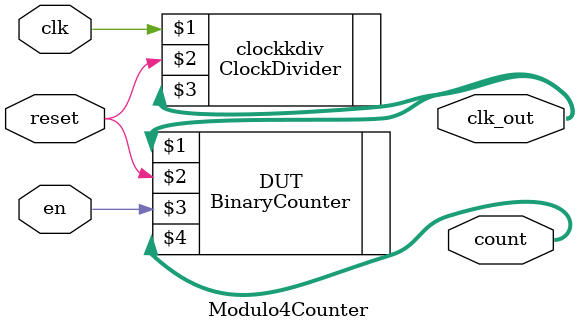
<source format=v>
`timescale 1ns / 1ps

module Modulo4Counter(input clk, reset, en,
    output [2:0] count, clk_out
);
ClockDivider #(250000) clockkdiv (clk, reset,  clk_out);
BinaryCounter #(2, 4) DUT (clk_out, reset, en, count);     



endmodule

</source>
